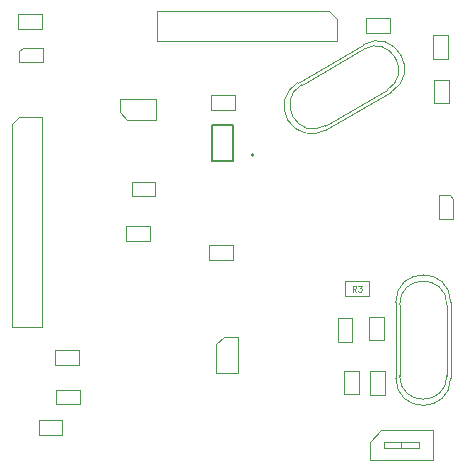
<source format=gbr>
G04 #@! TF.GenerationSoftware,KiCad,Pcbnew,5.1.7-a382d34a8~88~ubuntu18.04.1*
G04 #@! TF.CreationDate,2021-11-20T11:26:47+05:30*
G04 #@! TF.ProjectId,FrontEnd_switch_Normal_v1,46726f6e-7445-46e6-945f-737769746368,rev?*
G04 #@! TF.SameCoordinates,Original*
G04 #@! TF.FileFunction,Other,Fab,Top*
%FSLAX46Y46*%
G04 Gerber Fmt 4.6, Leading zero omitted, Abs format (unit mm)*
G04 Created by KiCad (PCBNEW 5.1.7-a382d34a8~88~ubuntu18.04.1) date 2021-11-20 11:26:47*
%MOMM*%
%LPD*%
G01*
G04 APERTURE LIST*
%ADD10C,0.127000*%
%ADD11C,0.200000*%
%ADD12C,0.100000*%
%ADD13C,0.080000*%
G04 APERTURE END LIST*
D10*
X115711000Y-93236400D02*
X115711000Y-90136400D01*
X115711000Y-90136400D02*
X113911000Y-90136400D01*
X113911000Y-90136400D02*
X113911000Y-93236400D01*
X113911000Y-93236400D02*
X115711000Y-93236400D01*
D11*
X117451000Y-92702400D02*
G75*
G03*
X117451000Y-92702400I-100000J0D01*
G01*
D12*
X134344000Y-98118100D02*
X134344000Y-96418100D01*
X134344000Y-96418100D02*
X134044000Y-96118100D01*
X134044000Y-96118100D02*
X133144000Y-96118100D01*
X133144000Y-96118100D02*
X133144000Y-98118100D01*
X133144000Y-98118100D02*
X134344000Y-98118100D01*
X99585000Y-83628900D02*
X97885000Y-83628900D01*
X97885000Y-83628900D02*
X97585000Y-83928900D01*
X97585000Y-83928900D02*
X97585000Y-84828900D01*
X97585000Y-84828900D02*
X99585000Y-84828900D01*
X99585000Y-84828900D02*
X99585000Y-83628900D01*
X113849000Y-87627300D02*
X115849000Y-87627300D01*
X113849000Y-88877300D02*
X113849000Y-87627300D01*
X115849000Y-88877300D02*
X113849000Y-88877300D01*
X115849000Y-87627300D02*
X115849000Y-88877300D01*
X113684000Y-100320000D02*
X115684000Y-100320000D01*
X113684000Y-101570000D02*
X113684000Y-100320000D01*
X115684000Y-101570000D02*
X113684000Y-101570000D01*
X115684000Y-100320000D02*
X115684000Y-101570000D01*
X125200000Y-103424000D02*
X127200000Y-103424000D01*
X125200000Y-104674000D02*
X125200000Y-103424000D01*
X127200000Y-104674000D02*
X125200000Y-104674000D01*
X127200000Y-103424000D02*
X127200000Y-104674000D01*
X132707000Y-88343600D02*
X132707000Y-86343600D01*
X133957000Y-88343600D02*
X132707000Y-88343600D01*
X133957000Y-86343600D02*
X133957000Y-88343600D01*
X132707000Y-86343600D02*
X133957000Y-86343600D01*
X107123000Y-94960300D02*
X109123000Y-94960300D01*
X107123000Y-96210300D02*
X107123000Y-94960300D01*
X109123000Y-96210300D02*
X107123000Y-96210300D01*
X109123000Y-94960300D02*
X109123000Y-96210300D01*
X97586900Y-89491000D02*
X99491900Y-89491000D01*
X99491900Y-89491000D02*
X99491900Y-107271000D01*
X99491900Y-107271000D02*
X96951900Y-107271000D01*
X96951900Y-107271000D02*
X96951900Y-90126000D01*
X96951900Y-90126000D02*
X97586900Y-89491000D01*
X100658000Y-110457000D02*
X100658000Y-109207000D01*
X100658000Y-109207000D02*
X102658000Y-109207000D01*
X102658000Y-109207000D02*
X102658000Y-110457000D01*
X102658000Y-110457000D02*
X100658000Y-110457000D01*
X99241000Y-116434000D02*
X99241000Y-115184000D01*
X99241000Y-115184000D02*
X101241000Y-115184000D01*
X101241000Y-115184000D02*
X101241000Y-116434000D01*
X101241000Y-116434000D02*
X99241000Y-116434000D01*
X126975000Y-82392700D02*
X126975000Y-81142700D01*
X126975000Y-81142700D02*
X128975000Y-81142700D01*
X128975000Y-81142700D02*
X128975000Y-82392700D01*
X128975000Y-82392700D02*
X126975000Y-82392700D01*
X106655000Y-99969500D02*
X106655000Y-98719500D01*
X106655000Y-98719500D02*
X108655000Y-98719500D01*
X108655000Y-98719500D02*
X108655000Y-99969500D01*
X108655000Y-99969500D02*
X106655000Y-99969500D01*
X126325000Y-112984000D02*
X125075000Y-112984000D01*
X125075000Y-112984000D02*
X125075000Y-110984000D01*
X125075000Y-110984000D02*
X126325000Y-110984000D01*
X126325000Y-110984000D02*
X126325000Y-112984000D01*
X124549000Y-106541000D02*
X125799000Y-106541000D01*
X125799000Y-106541000D02*
X125799000Y-108541000D01*
X125799000Y-108541000D02*
X124549000Y-108541000D01*
X124549000Y-108541000D02*
X124549000Y-106541000D01*
X128537000Y-113024000D02*
X127287000Y-113024000D01*
X127287000Y-113024000D02*
X127287000Y-111024000D01*
X127287000Y-111024000D02*
X128537000Y-111024000D01*
X128537000Y-111024000D02*
X128537000Y-113024000D01*
X127221000Y-106417000D02*
X128471000Y-106417000D01*
X128471000Y-106417000D02*
X128471000Y-108417000D01*
X128471000Y-108417000D02*
X127221000Y-108417000D01*
X127221000Y-108417000D02*
X127221000Y-106417000D01*
X100737000Y-113835000D02*
X100737000Y-112585000D01*
X100737000Y-112585000D02*
X102737000Y-112585000D01*
X102737000Y-112585000D02*
X102737000Y-113835000D01*
X102737000Y-113835000D02*
X100737000Y-113835000D01*
X132608000Y-82581200D02*
X133858000Y-82581200D01*
X133858000Y-82581200D02*
X133858000Y-84581200D01*
X133858000Y-84581200D02*
X132608000Y-84581200D01*
X132608000Y-84581200D02*
X132608000Y-82581200D01*
X97491000Y-82019300D02*
X97491000Y-80769300D01*
X97491000Y-80769300D02*
X99491000Y-80769300D01*
X99491000Y-80769300D02*
X99491000Y-82019300D01*
X99491000Y-82019300D02*
X97491000Y-82019300D01*
X124493000Y-81198700D02*
X124493000Y-83103700D01*
X124493000Y-83103700D02*
X109253000Y-83103700D01*
X109253000Y-83103700D02*
X109253000Y-80563700D01*
X109253000Y-80563700D02*
X123858000Y-80563700D01*
X123858000Y-80563700D02*
X124493000Y-81198700D01*
X129954000Y-117032000D02*
X129954000Y-117532000D01*
X131454000Y-117032000D02*
X128454000Y-117032000D01*
X131454000Y-117532000D02*
X131454000Y-117032000D01*
X128454000Y-117532000D02*
X131454000Y-117532000D01*
X128454000Y-117032000D02*
X128454000Y-117532000D01*
X127254000Y-117012000D02*
X128254000Y-116012000D01*
X127254000Y-118552000D02*
X127254000Y-117012000D01*
X132654000Y-118552000D02*
X127254000Y-118552000D01*
X132654000Y-116012000D02*
X132654000Y-118552000D01*
X128254000Y-116012000D02*
X132654000Y-116012000D01*
X106105000Y-87956800D02*
X109205000Y-87956800D01*
X109205000Y-87956800D02*
X109205000Y-89756800D01*
X106755000Y-89756800D02*
X109205000Y-89756800D01*
X106105000Y-87956800D02*
X106105000Y-89106800D01*
X106755000Y-89756800D02*
X106105000Y-89106800D01*
X114289000Y-108737000D02*
X114939000Y-108087000D01*
X116089000Y-108087000D02*
X114939000Y-108087000D01*
X114289000Y-108737000D02*
X114289000Y-111187000D01*
X116089000Y-111187000D02*
X114289000Y-111187000D01*
X116089000Y-108087000D02*
X116089000Y-111187000D01*
X134121000Y-105191000D02*
X134121000Y-111591000D01*
X129471000Y-105191000D02*
X129471000Y-111591000D01*
X133796000Y-105391000D02*
X133796000Y-111391000D01*
X129796000Y-105391000D02*
X129796000Y-111391000D01*
X129471000Y-105191000D02*
G75*
G02*
X134121000Y-105191000I2325000J0D01*
G01*
X129471000Y-111591000D02*
G75*
G03*
X134121000Y-111591000I2325000J0D01*
G01*
X129796000Y-105391000D02*
G75*
G02*
X133796000Y-105391000I2000000J0D01*
G01*
X129796000Y-111391000D02*
G75*
G03*
X133796000Y-111391000I2000000J0D01*
G01*
X123512026Y-90226251D02*
X128708178Y-87226251D01*
X121512026Y-86762149D02*
X126708178Y-83762149D01*
X123501321Y-90607709D02*
X129043883Y-87407709D01*
X121176321Y-86580691D02*
X126718883Y-83380691D01*
X128708178Y-87226251D02*
G75*
G03*
X126708178Y-83762149I-1000000J1732051D01*
G01*
X123512026Y-90226251D02*
G75*
G02*
X121512026Y-86762149I-1000000J1732051D01*
G01*
X129043883Y-87407709D02*
G75*
G03*
X126718883Y-83380691I-1162500J2013509D01*
G01*
X123501321Y-90607709D02*
G75*
G02*
X121176321Y-86580691I-1162500J2013509D01*
G01*
D13*
X126116666Y-104275190D02*
X125950000Y-104037095D01*
X125830952Y-104275190D02*
X125830952Y-103775190D01*
X126021428Y-103775190D01*
X126069047Y-103799000D01*
X126092857Y-103822809D01*
X126116666Y-103870428D01*
X126116666Y-103941857D01*
X126092857Y-103989476D01*
X126069047Y-104013285D01*
X126021428Y-104037095D01*
X125830952Y-104037095D01*
X126283333Y-103775190D02*
X126592857Y-103775190D01*
X126426190Y-103965666D01*
X126497619Y-103965666D01*
X126545238Y-103989476D01*
X126569047Y-104013285D01*
X126592857Y-104060904D01*
X126592857Y-104179952D01*
X126569047Y-104227571D01*
X126545238Y-104251380D01*
X126497619Y-104275190D01*
X126354761Y-104275190D01*
X126307142Y-104251380D01*
X126283333Y-104227571D01*
M02*

</source>
